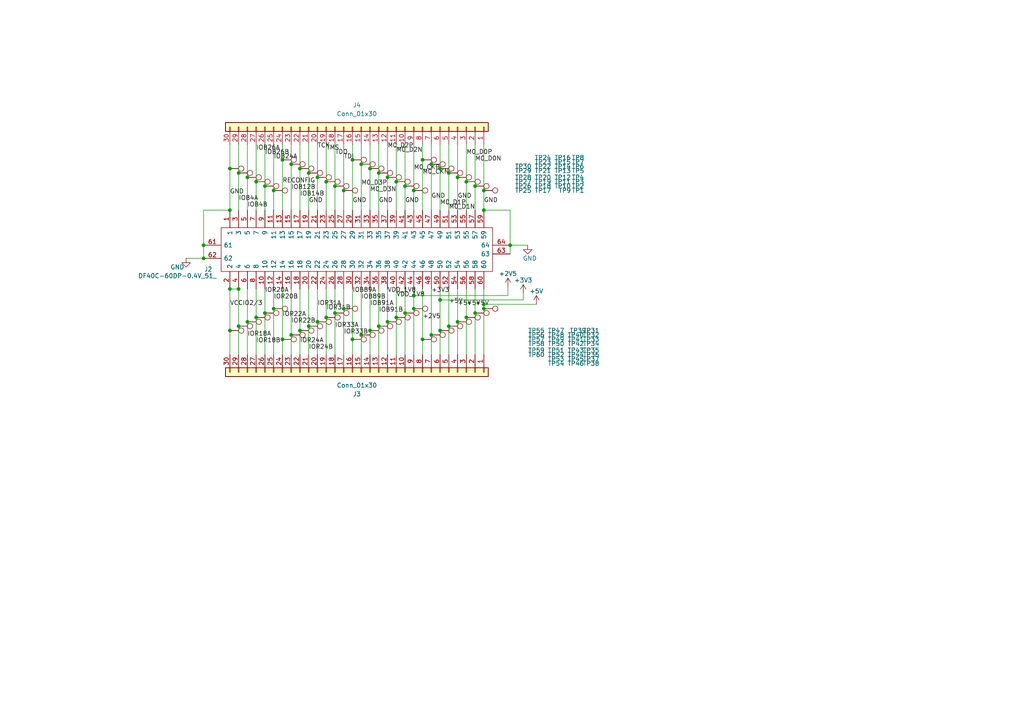
<source format=kicad_sch>
(kicad_sch (version 20230121) (generator eeschema)
  (paper "A4")
  (lib_symbols
    (symbol "Connector:TestPoint" (pin_numbers hide) (pin_names (offset 0.762) hide)
      (property "Reference" "TP" (at 0 6.858 0))
      (property "Value" "TestPoint" (at 0 5.08 0))
      (symbol "TestPoint_0_1"
        (circle (center 0 3.302) (radius 0.762))
      )
      (symbol "TestPoint_1_1"
        (pin passive line (at 0 0 90) (length 2.54) (name "1") (number "1"))
      )
    )
    (symbol "Connector_Generic:Conn_01x30" (pin_names (offset 1.016) hide)
      (property "Reference" "J" (at 0 38.1 0))
      (property "Value" "Conn_01x30" (at 0 -40.64 0))
      (symbol "Conn_01x30_1_1"
        (rectangle (start -1.27 -37.973) (end 0 -38.227) (stroke (width 0.1524)))
        (rectangle (start -1.27 -35.433) (end 0 -35.687) (stroke (width 0.1524)))
        (rectangle (start -1.27 -32.893) (end 0 -33.147) (stroke (width 0.1524)))
        (rectangle (start -1.27 -30.353) (end 0 -30.607) (stroke (width 0.1524)))
        (rectangle (start -1.27 -27.813) (end 0 -28.067) (stroke (width 0.1524)))
        (rectangle (start -1.27 -25.273) (end 0 -25.527) (stroke (width 0.1524)))
        (rectangle (start -1.27 -22.733) (end 0 -22.987) (stroke (width 0.1524)))
        (rectangle (start -1.27 -20.193) (end 0 -20.447) (stroke (width 0.1524)))
        (rectangle (start -1.27 -17.653) (end 0 -17.907) (stroke (width 0.1524)))
        (rectangle (start -1.27 -15.113) (end 0 -15.367) (stroke (width 0.1524)))
        (rectangle (start -1.27 -12.573) (end 0 -12.827) (stroke (width 0.1524)))
        (rectangle (start -1.27 -10.033) (end 0 -10.287) (stroke (width 0.1524)))
        (rectangle (start -1.27 -7.493) (end 0 -7.747) (stroke (width 0.1524)))
        (rectangle (start -1.27 -4.953) (end 0 -5.207) (stroke (width 0.1524)))
        (rectangle (start -1.27 -2.413) (end 0 -2.667) (stroke (width 0.1524)))
        (rectangle (start -1.27 0.127) (end 0 -0.127) (stroke (width 0.1524)))
        (rectangle (start -1.27 2.667) (end 0 2.413) (stroke (width 0.1524)))
        (rectangle (start -1.27 5.207) (end 0 4.953) (stroke (width 0.1524)))
        (rectangle (start -1.27 7.747) (end 0 7.493) (stroke (width 0.1524)))
        (rectangle (start -1.27 10.287) (end 0 10.033) (stroke (width 0.1524)))
        (rectangle (start -1.27 12.827) (end 0 12.573) (stroke (width 0.1524)))
        (rectangle (start -1.27 15.367) (end 0 15.113) (stroke (width 0.1524)))
        (rectangle (start -1.27 17.907) (end 0 17.653) (stroke (width 0.1524)))
        (rectangle (start -1.27 20.447) (end 0 20.193) (stroke (width 0.1524)))
        (rectangle (start -1.27 22.987) (end 0 22.733) (stroke (width 0.1524)))
        (rectangle (start -1.27 25.527) (end 0 25.273) (stroke (width 0.1524)))
        (rectangle (start -1.27 28.067) (end 0 27.813) (stroke (width 0.1524)))
        (rectangle (start -1.27 30.607) (end 0 30.353) (stroke (width 0.1524)))
        (rectangle (start -1.27 33.147) (end 0 32.893) (stroke (width 0.1524)))
        (rectangle (start -1.27 35.687) (end 0 35.433) (stroke (width 0.1524)))
        (rectangle (start -1.27 36.83) (end 1.27 -39.37) (stroke (width 0.254)) (fill (type background)))
        (pin passive line (at -5.08 35.56 0) (length 3.81) (name "Pin_1") (number "1"))
        (pin passive line (at -5.08 12.7 0) (length 3.81) (name "Pin_10") (number "10"))
        (pin passive line (at -5.08 10.16 0) (length 3.81) (name "Pin_11") (number "11"))
        (pin passive line (at -5.08 7.62 0) (length 3.81) (name "Pin_12") (number "12"))
        (pin passive line (at -5.08 5.08 0) (length 3.81) (name "Pin_13") (number "13"))
        (pin passive line (at -5.08 2.54 0) (length 3.81) (name "Pin_14") (number "14"))
        (pin passive line (at -5.08 0 0) (length 3.81) (name "Pin_15") (number "15"))
        (pin passive line (at -5.08 -2.54 0) (length 3.81) (name "Pin_16") (number "16"))
        (pin passive line (at -5.08 -5.08 0) (length 3.81) (name "Pin_17") (number "17"))
        (pin passive line (at -5.08 -7.62 0) (length 3.81) (name "Pin_18") (number "18"))
        (pin passive line (at -5.08 -10.16 0) (length 3.81) (name "Pin_19") (number "19"))
        (pin passive line (at -5.08 33.02 0) (length 3.81) (name "Pin_2") (number "2"))
        (pin passive line (at -5.08 -12.7 0) (length 3.81) (name "Pin_20") (number "20"))
        (pin passive line (at -5.08 -15.24 0) (length 3.81) (name "Pin_21") (number "21"))
        (pin passive line (at -5.08 -17.78 0) (length 3.81) (name "Pin_22") (number "22"))
        (pin passive line (at -5.08 -20.32 0) (length 3.81) (name "Pin_23") (number "23"))
        (pin passive line (at -5.08 -22.86 0) (length 3.81) (name "Pin_24") (number "24"))
        (pin passive line (at -5.08 -25.4 0) (length 3.81) (name "Pin_25") (number "25"))
        (pin passive line (at -5.08 -27.94 0) (length 3.81) (name "Pin_26") (number "26"))
        (pin passive line (at -5.08 -30.48 0) (length 3.81) (name "Pin_27") (number "27"))
        (pin passive line (at -5.08 -33.02 0) (length 3.81) (name "Pin_28") (number "28"))
        (pin passive line (at -5.08 -35.56 0) (length 3.81) (name "Pin_29") (number "29"))
        (pin passive line (at -5.08 30.48 0) (length 3.81) (name "Pin_3") (number "3"))
        (pin passive line (at -5.08 -38.1 0) (length 3.81) (name "Pin_30") (number "30"))
        (pin passive line (at -5.08 27.94 0) (length 3.81) (name "Pin_4") (number "4"))
        (pin passive line (at -5.08 25.4 0) (length 3.81) (name "Pin_5") (number "5"))
        (pin passive line (at -5.08 22.86 0) (length 3.81) (name "Pin_6") (number "6"))
        (pin passive line (at -5.08 20.32 0) (length 3.81) (name "Pin_7") (number "7"))
        (pin passive line (at -5.08 17.78 0) (length 3.81) (name "Pin_8") (number "8"))
        (pin passive line (at -5.08 15.24 0) (length 3.81) (name "Pin_9") (number "9"))
      )
    )
    (symbol "power:+2V5" (power) (pin_names (offset 0))
      (property "Value" "+2V5" (at 0 3.556 0))
      (symbol "+2V5_0_1"
        (polyline (pts (xy -0.762 1.27) (xy 0 2.54)))
        (polyline (pts (xy 0 0) (xy 0 2.54)))
        (polyline (pts (xy 0 2.54) (xy 0.762 1.27)))
      )
      (symbol "+2V5_1_1"
        (pin power_in line (at 0 0 90) (length 0) hide (name "+2V5") (number "1"))
      )
    )
    (symbol "power:+3V3" (power) (pin_names (offset 0))
      (property "Value" "+3V3" (at 0 3.556 0))
      (symbol "+3V3_0_1"
        (polyline (pts (xy -0.762 1.27) (xy 0 2.54)))
        (polyline (pts (xy 0 0) (xy 0 2.54)))
        (polyline (pts (xy 0 2.54) (xy 0.762 1.27)))
      )
      (symbol "+3V3_1_1"
        (pin power_in line (at 0 0 90) (length 0) hide (name "+3V3") (number "1"))
      )
    )
    (symbol "power:+5V" (power) (pin_names (offset 0))
      (property "Value" "+5V" (at 0 3.556 0))
      (symbol "+5V_0_1"
        (polyline (pts (xy -0.762 1.27) (xy 0 2.54)))
        (polyline (pts (xy 0 0) (xy 0 2.54)))
        (polyline (pts (xy 0 2.54) (xy 0.762 1.27)))
      )
      (symbol "+5V_1_1"
        (pin power_in line (at 0 0 90) (length 0) hide (name "+5V") (number "1"))
      )
    )
    (symbol "power:GND" (power) (pin_names (offset 0))
      (property "Value" "GND" (at 0 -3.81 0))
      (symbol "GND_0_1"
        (polyline (pts (xy 0 0) (xy 0 -1.27) (xy 1.27 -1.27) (xy 0 -2.54) (xy -1.27 -1.27) (xy 0 -1.27)))
      )
      (symbol "GND_1_1"
        (pin power_in line (at 0 0 270) (length 0) hide (name "GND") (number "1"))
      )
    )
    (symbol "samacsys:DF40C-60DP-0.4V_51_" (pin_names (offset 0.762))
      (property "Reference" "J2" (at 16.51 -78.74 90))
      (property "Value" "DF40C-60DP-0.4V_51_" (at 19.05 -77.47 90))
      (symbol "DF40C-60DP-0.4V_51__0_1"
        (polyline (pts (xy 5.08 2.54) (xy 17.78 2.54) (xy 17.78 -76.2) (xy 5.08 -76.2) (xy 5.08 2.54)) (stroke (width 0.1524)))
      )
      (symbol "DF40C-60DP-0.4V_51__1_0"
        (pin passive line (at 0 -73.66 0) (length 5.08) (name "1") (number "1"))
        (pin passive line (at 22.86 -63.5 180) (length 5.08) (name "10") (number "10"))
        (pin passive line (at 0 -60.96 0) (length 5.08) (name "11") (number "11"))
        (pin passive line (at 22.86 -60.96 180) (length 5.08) (name "12") (number "12"))
        (pin passive line (at 0 -58.42 0) (length 5.08) (name "13") (number "13"))
        (pin passive line (at 22.86 -58.42 180) (length 5.08) (name "14") (number "14"))
        (pin passive line (at 0 -55.88 0) (length 5.08) (name "15") (number "15"))
        (pin passive line (at 22.86 -55.88 180) (length 5.08) (name "16") (number "16"))
        (pin passive line (at 0 -53.34 0) (length 5.08) (name "17") (number "17"))
        (pin passive line (at 22.86 -53.34 180) (length 5.08) (name "18") (number "18"))
        (pin passive line (at 0 -50.8 0) (length 5.08) (name "19") (number "19"))
        (pin passive line (at 22.86 -73.66 180) (length 5.08) (name "2") (number "2"))
        (pin passive line (at 22.86 -50.8 180) (length 5.08) (name "20") (number "20"))
        (pin passive line (at 0 -48.26 0) (length 5.08) (name "21") (number "21"))
        (pin passive line (at 22.86 -48.26 180) (length 5.08) (name "22") (number "22"))
        (pin passive line (at 0 -45.72 0) (length 5.08) (name "23") (number "23"))
        (pin passive line (at 22.86 -45.72 180) (length 5.08) (name "24") (number "24"))
        (pin passive line (at 0 -43.18 0) (length 5.08) (name "25") (number "25"))
        (pin passive line (at 22.86 -43.18 180) (length 5.08) (name "26") (number "26"))
        (pin passive line (at 0 -40.64 0) (length 5.08) (name "27") (number "27"))
        (pin passive line (at 22.86 -40.64 180) (length 5.08) (name "28") (number "28"))
        (pin passive line (at 0 -38.1 0) (length 5.08) (name "29") (number "29"))
        (pin passive line (at 0 -71.12 0) (length 5.08) (name "3") (number "3"))
        (pin passive line (at 22.86 -38.1 180) (length 5.08) (name "30") (number "30"))
        (pin passive line (at 0 -35.56 0) (length 5.08) (name "31") (number "31"))
        (pin passive line (at 22.86 -35.56 180) (length 5.08) (name "32") (number "32"))
        (pin passive line (at 0 -33.02 0) (length 5.08) (name "33") (number "33"))
        (pin passive line (at 22.86 -33.02 180) (length 5.08) (name "34") (number "34"))
        (pin passive line (at 0 -30.48 0) (length 5.08) (name "35") (number "35"))
        (pin passive line (at 22.86 -30.48 180) (length 5.08) (name "36") (number "36"))
        (pin passive line (at 0 -27.94 0) (length 5.08) (name "37") (number "37"))
        (pin passive line (at 22.86 -27.94 180) (length 5.08) (name "38") (number "38"))
        (pin passive line (at 0 -25.4 0) (length 5.08) (name "39") (number "39"))
        (pin passive line (at 22.86 -71.12 180) (length 5.08) (name "4") (number "4"))
        (pin passive line (at 22.86 -25.4 180) (length 5.08) (name "40") (number "40"))
        (pin passive line (at 0 -22.86 0) (length 5.08) (name "41") (number "41"))
        (pin passive line (at 22.86 -22.86 180) (length 5.08) (name "42") (number "42"))
        (pin passive line (at 0 -20.32 0) (length 5.08) (name "43") (number "43"))
        (pin passive line (at 22.86 -20.32 180) (length 5.08) (name "44") (number "44"))
        (pin passive line (at 0 -17.78 0) (length 5.08) (name "45") (number "45"))
        (pin passive line (at 22.86 -17.78 180) (length 5.08) (name "46") (number "46"))
        (pin passive line (at 0 -15.24 0) (length 5.08) (name "47") (number "47"))
        (pin passive line (at 22.86 -15.24 180) (length 5.08) (name "48") (number "48"))
        (pin passive line (at 0 -12.7 0) (length 5.08) (name "49") (number "49"))
        (pin passive line (at 0 -68.58 0) (length 5.08) (name "5") (number "5"))
        (pin passive line (at 22.86 -12.7 180) (length 5.08) (name "50") (number "50"))
        (pin passive line (at 0 -10.16 0) (length 5.08) (name "51") (number "51"))
        (pin passive line (at 22.86 -10.16 180) (length 5.08) (name "52") (number "52"))
        (pin passive line (at 0 -7.62 0) (length 5.08) (name "53") (number "53"))
        (pin passive line (at 22.86 -7.62 180) (length 5.08) (name "54") (number "54"))
        (pin passive line (at 0 -5.08 0) (length 5.08) (name "55") (number "55"))
        (pin passive line (at 22.86 -5.08 180) (length 5.08) (name "56") (number "56"))
        (pin passive line (at 0 -2.54 0) (length 5.08) (name "57") (number "57"))
        (pin passive line (at 22.86 -2.54 180) (length 5.08) (name "58") (number "58"))
        (pin passive line (at 0 0 0) (length 5.08) (name "59") (number "59"))
        (pin passive line (at 22.86 -68.58 180) (length 5.08) (name "6") (number "6"))
        (pin passive line (at 22.86 0 180) (length 5.08) (name "60") (number "60"))
        (pin passive line (at 10.16 -81.28 90) (length 5.08) (name "61") (number "61"))
        (pin passive line (at 13.97 -81.28 90) (length 5.08) (name "62") (number "62"))
        (pin passive line (at 12.7 7.62 270) (length 5.08) (name "63") (number "63"))
        (pin passive line (at 10.16 7.62 270) (length 5.08) (name "64") (number "64"))
        (pin passive line (at 0 -66.04 0) (length 5.08) (name "7") (number "7"))
        (pin passive line (at 22.86 -66.04 180) (length 5.08) (name "8") (number "8"))
        (pin passive line (at 0 -63.5 0) (length 5.08) (name "9") (number "9"))
      )
    )
  )
  (junction (at 66.675 95.885))
  (junction (at 59.055 74.93))
  (junction (at 127.635 48.895))
  (junction (at 102.235 98.425))
  (junction (at 71.755 93.345))
  (junction (at 97.155 90.805))
  (junction (at 99.695 89.535))
  (junction (at 132.715 93.345))
  (junction (at 59.055 71.12))
  (junction (at 107.315 48.895))
  (junction (at 94.615 92.075))
  (junction (at 86.995 95.885))
  (junction (at 137.795 90.805))
  (junction (at 66.675 48.895))
  (junction (at 125.095 97.155))
  (junction (at 66.675 60.96))
  (junction (at 71.755 51.435))
  (junction (at 109.855 94.615))
  (junction (at 92.075 51.435))
  (junction (at 137.795 53.975))
  (junction (at 79.375 55.245))
  (junction (at 127.635 95.885))
  (junction (at 107.315 95.885))
  (junction (at 86.995 48.895))
  (junction (at 104.775 47.625))
  (junction (at 135.255 52.705))
  (junction (at 79.375 89.535))
  (junction (at 84.455 47.625))
  (junction (at 69.215 94.615))
  (junction (at 122.555 46.355))
  (junction (at 102.235 46.355))
  (junction (at 97.155 53.975))
  (junction (at 114.935 52.705))
  (junction (at 81.915 98.425))
  (junction (at 89.535 94.615))
  (junction (at 140.335 60.96))
  (junction (at 99.695 55.245))
  (junction (at 130.175 94.615))
  (junction (at 74.295 92.075))
  (junction (at 76.835 90.805))
  (junction (at 120.015 55.245))
  (junction (at 117.475 90.805))
  (junction (at 120.015 89.535))
  (junction (at 140.335 55.245))
  (junction (at 125.095 47.625))
  (junction (at 147.955 71.12))
  (junction (at 127.635 86.995))
  (junction (at 66.675 83.82))
  (junction (at 112.395 93.345))
  (junction (at 74.295 52.705))
  (junction (at 130.175 50.165))
  (junction (at 132.715 51.435))
  (junction (at 81.915 46.355))
  (junction (at 140.335 89.535))
  (junction (at 120.015 85.725))
  (junction (at 76.835 53.975))
  (junction (at 69.215 83.82))
  (junction (at 92.075 93.345))
  (junction (at 94.615 52.705))
  (junction (at 109.855 50.165))
  (junction (at 89.535 50.165))
  (junction (at 112.395 51.435))
  (junction (at 84.455 97.155))
  (junction (at 104.775 97.155))
  (junction (at 69.215 50.165))
  (junction (at 117.475 53.975))
  (junction (at 114.935 92.075))
  (junction (at 140.335 88.265))
  (junction (at 135.255 92.075))
  (junction (at 122.555 98.425))
  (wire (pts (xy 130.175 50.165) (xy 130.175 60.96)))
  (wire (pts (xy 117.475 41.91) (xy 117.475 53.975)))
  (wire (pts (xy 114.935 83.82) (xy 114.935 92.075)))
  (wire (pts (xy 92.075 60.96) (xy 92.075 51.435)))
  (wire (pts (xy 84.455 102.87) (xy 84.455 97.155)))
  (wire (pts (xy 147.955 71.12) (xy 147.955 73.66)))
  (wire (pts (xy 94.615 41.91) (xy 94.615 52.705)))
  (wire (pts (xy 112.395 83.82) (xy 112.395 93.345)))
  (wire (pts (xy 127.635 102.87) (xy 127.635 95.885)))
  (wire (pts (xy 147.32 85.725) (xy 147.32 83.185)))
  (wire (pts (xy 76.835 102.87) (xy 76.835 90.805)))
  (wire (pts (xy 112.395 102.87) (xy 112.395 93.345)))
  (wire (pts (xy 127.635 41.91) (xy 127.635 48.895)))
  (wire (pts (xy 137.795 102.87) (xy 137.795 90.805)))
  (wire (pts (xy 140.335 60.96) (xy 147.955 60.96)))
  (wire (pts (xy 94.615 83.82) (xy 94.615 92.075)))
  (wire (pts (xy 120.015 41.91) (xy 120.015 55.245)))
  (wire (pts (xy 89.535 41.91) (xy 89.535 50.165)))
  (wire (pts (xy 132.715 41.91) (xy 132.715 51.435)))
  (wire (pts (xy 120.015 102.87) (xy 120.015 89.535)))
  (wire (pts (xy 132.715 102.87) (xy 132.715 93.345)))
  (wire (pts (xy 89.535 50.165) (xy 89.535 60.96)))
  (wire (pts (xy 104.775 41.91) (xy 104.775 47.625)))
  (wire (pts (xy 125.095 102.87) (xy 125.095 97.155)))
  (wire (pts (xy 97.155 102.87) (xy 97.155 90.805)))
  (wire (pts (xy 71.755 41.91) (xy 71.755 51.435)))
  (wire (pts (xy 84.455 41.91) (xy 84.455 47.625)))
  (wire (pts (xy 117.475 53.975) (xy 117.475 60.96)))
  (wire (pts (xy 112.395 41.91) (xy 112.395 51.435)))
  (wire (pts (xy 147.955 60.96) (xy 147.955 71.12)))
  (wire (pts (xy 122.555 83.82) (xy 122.555 98.425)))
  (wire (pts (xy 74.295 60.96) (xy 74.295 52.705)))
  (wire (pts (xy 114.935 41.91) (xy 114.935 52.705)))
  (wire (pts (xy 71.755 83.82) (xy 71.755 93.345)))
  (wire (pts (xy 86.995 41.91) (xy 86.995 48.895)))
  (wire (pts (xy 122.555 41.91) (xy 122.555 46.355)))
  (wire (pts (xy 135.255 83.82) (xy 135.255 92.075)))
  (wire (pts (xy 89.535 102.87) (xy 89.535 94.615)))
  (wire (pts (xy 107.315 102.87) (xy 107.315 95.885)))
  (wire (pts (xy 84.455 83.82) (xy 84.455 97.155)))
  (wire (pts (xy 69.215 83.82) (xy 69.215 94.615)))
  (wire (pts (xy 102.235 102.87) (xy 102.235 98.425)))
  (wire (pts (xy 59.055 71.12) (xy 59.055 74.93)))
  (wire (pts (xy 79.375 41.91) (xy 79.375 55.245)))
  (wire (pts (xy 120.015 60.96) (xy 120.015 55.245)))
  (wire (pts (xy 114.935 102.87) (xy 114.935 92.075)))
  (wire (pts (xy 66.675 83.82) (xy 69.215 83.82)))
  (wire (pts (xy 122.555 46.355) (xy 122.555 60.96)))
  (wire (pts (xy 137.795 83.82) (xy 137.795 90.805)))
  (wire (pts (xy 109.855 102.87) (xy 109.855 94.615)))
  (wire (pts (xy 127.635 83.82) (xy 127.635 86.995)))
  (wire (pts (xy 107.315 83.82) (xy 107.315 95.885)))
  (wire (pts (xy 135.255 41.91) (xy 135.255 52.705)))
  (wire (pts (xy 59.055 60.96) (xy 66.675 60.96)))
  (wire (pts (xy 94.615 60.96) (xy 94.615 52.705)))
  (wire (pts (xy 147.955 71.12) (xy 153.035 71.12)))
  (wire (pts (xy 86.995 83.82) (xy 86.995 95.885)))
  (wire (pts (xy 66.675 48.895) (xy 66.675 60.96)))
  (wire (pts (xy 76.835 83.82) (xy 76.835 90.805)))
  (wire (pts (xy 84.455 47.625) (xy 84.455 60.96)))
  (wire (pts (xy 92.075 102.87) (xy 92.075 93.345)))
  (wire (pts (xy 74.295 102.87) (xy 74.295 92.075)))
  (wire (pts (xy 99.695 83.82) (xy 99.695 89.535)))
  (wire (pts (xy 59.055 71.12) (xy 59.055 60.96)))
  (wire (pts (xy 127.635 86.995) (xy 151.765 86.995)))
  (wire (pts (xy 99.695 60.96) (xy 99.695 55.245)))
  (wire (pts (xy 86.995 102.87) (xy 86.995 95.885)))
  (wire (pts (xy 120.015 83.82) (xy 120.015 85.725)))
  (wire (pts (xy 112.395 60.96) (xy 112.395 51.435)))
  (wire (pts (xy 92.075 41.91) (xy 92.075 51.435)))
  (wire (pts (xy 97.155 41.91) (xy 97.155 53.975)))
  (wire (pts (xy 125.095 41.91) (xy 125.095 47.625)))
  (wire (pts (xy 140.335 83.82) (xy 140.335 88.265)))
  (wire (pts (xy 132.715 83.82) (xy 132.715 93.345)))
  (wire (pts (xy 117.475 102.87) (xy 117.475 90.805)))
  (wire (pts (xy 69.215 102.87) (xy 69.215 94.615)))
  (wire (pts (xy 125.095 60.96) (xy 125.095 47.625)))
  (wire (pts (xy 76.835 60.96) (xy 76.835 53.975)))
  (wire (pts (xy 66.675 83.82) (xy 66.675 95.885)))
  (wire (pts (xy 122.555 102.87) (xy 122.555 98.425)))
  (wire (pts (xy 97.155 60.96) (xy 97.155 53.975)))
  (wire (pts (xy 86.995 48.895) (xy 86.995 60.96)))
  (wire (pts (xy 104.775 47.625) (xy 104.775 60.96)))
  (wire (pts (xy 74.295 83.82) (xy 74.295 92.075)))
  (wire (pts (xy 81.915 41.91) (xy 81.915 46.355)))
  (wire (pts (xy 99.695 102.87) (xy 99.695 89.535)))
  (wire (pts (xy 137.795 60.96) (xy 137.795 53.975)))
  (wire (pts (xy 127.635 48.895) (xy 127.635 60.96)))
  (wire (pts (xy 130.175 83.82) (xy 130.175 94.615)))
  (wire (pts (xy 79.375 60.96) (xy 79.375 55.245)))
  (wire (pts (xy 140.335 88.265) (xy 155.575 88.265)))
  (wire (pts (xy 97.155 83.82) (xy 97.155 90.805)))
  (wire (pts (xy 71.755 102.87) (xy 71.755 93.345)))
  (wire (pts (xy 140.335 88.265) (xy 140.335 89.535)))
  (wire (pts (xy 109.855 41.91) (xy 109.855 50.165)))
  (wire (pts (xy 107.315 48.895) (xy 107.315 60.96)))
  (wire (pts (xy 120.015 85.725) (xy 147.32 85.725)))
  (wire (pts (xy 130.175 41.91) (xy 130.175 50.165)))
  (wire (pts (xy 120.015 85.725) (xy 120.015 89.535)))
  (wire (pts (xy 127.635 86.995) (xy 127.635 95.885)))
  (wire (pts (xy 66.675 102.87) (xy 66.675 95.885)))
  (wire (pts (xy 135.255 102.87) (xy 135.255 92.075)))
  (wire (pts (xy 125.095 83.82) (xy 125.095 97.155)))
  (wire (pts (xy 74.295 41.91) (xy 74.295 52.705)))
  (wire (pts (xy 137.795 41.91) (xy 137.795 53.975)))
  (wire (pts (xy 102.235 46.355) (xy 102.235 60.96)))
  (wire (pts (xy 94.615 102.87) (xy 94.615 92.075)))
  (wire (pts (xy 117.475 83.82) (xy 117.475 90.805)))
  (wire (pts (xy 140.335 102.87) (xy 140.335 89.535)))
  (wire (pts (xy 69.215 50.165) (xy 69.215 60.96)))
  (wire (pts (xy 79.375 102.87) (xy 79.375 89.535)))
  (wire (pts (xy 81.915 46.355) (xy 81.915 60.96)))
  (wire (pts (xy 102.235 41.91) (xy 102.235 46.355)))
  (wire (pts (xy 109.855 50.165) (xy 109.855 60.96)))
  (wire (pts (xy 130.175 102.87) (xy 130.175 94.615)))
  (wire (pts (xy 69.215 41.91) (xy 69.215 50.165)))
  (wire (pts (xy 140.335 55.245) (xy 140.335 60.96)))
  (wire (pts (xy 132.715 60.96) (xy 132.715 51.435)))
  (wire (pts (xy 53.975 74.93) (xy 59.055 74.93)))
  (wire (pts (xy 89.535 83.82) (xy 89.535 94.615)))
  (wire (pts (xy 66.675 41.91) (xy 66.675 48.895)))
  (wire (pts (xy 76.835 41.91) (xy 76.835 53.975)))
  (wire (pts (xy 104.775 102.87) (xy 104.775 97.155)))
  (wire (pts (xy 104.775 83.82) (xy 104.775 97.155)))
  (wire (pts (xy 140.335 41.91) (xy 140.335 55.245)))
  (wire (pts (xy 107.315 41.91) (xy 107.315 48.895)))
  (wire (pts (xy 71.755 60.96) (xy 71.755 51.435)))
  (wire (pts (xy 99.695 41.91) (xy 99.695 55.245)))
  (wire (pts (xy 135.255 60.96) (xy 135.255 52.705)))
  (wire (pts (xy 92.075 83.82) (xy 92.075 93.345)))
  (wire (pts (xy 81.915 102.87) (xy 81.915 98.425)))
  (wire (pts (xy 79.375 83.82) (xy 79.375 89.535)))
  (wire (pts (xy 114.935 60.96) (xy 114.935 52.705)))
  (wire (pts (xy 109.855 83.82) (xy 109.855 94.615)))
  (wire (pts (xy 151.765 86.995) (xy 151.765 85.09)))
  (wire (pts (xy 81.915 83.82) (xy 81.915 98.425)))
  (wire (pts (xy 102.235 83.82) (xy 102.235 98.425)))
  (label "IOR20B" (at 79.375 86.995 0))
  (label "IOB89A" (at 102.235 85.09 0))
  (label "IOR24B" (at 89.535 101.6 0))
  (label "GND" (at 132.715 57.785 0))
  (label "+2V5" (at 122.555 92.71 0))
  (label "IOB26B" (at 76.835 45.085 0))
  (label "IOR33A" (at 97.155 95.25 0))
  (label "GND" (at 102.235 59.055 0))
  (label "M0_D2P" (at 112.395 43.18 0))
  (label "IOB91A" (at 107.315 88.9 0))
  (label "TMS" (at 94.615 43.815 0))
  (label "IOR22B" (at 84.455 93.98 0))
  (label "+3V3" (at 125.095 85.09 0))
  (label "IOR18A" (at 71.755 97.79 0))
  (label "TCK" (at 92.075 43.18 0))
  (label "TDO" (at 97.155 45.085 0))
  (label "IOR31A" (at 92.075 88.9 0))
  (label "IOB91B" (at 109.855 90.805 0))
  (label "GND" (at 125.095 57.785 0))
  (label "M0_CKP" (at 120.015 49.53 0))
  (label "VCCIO2{slash}3" (at 66.675 88.9 0))
  (label "GND" (at 140.335 59.055 0))
  (label "IOR24A" (at 86.995 99.695 0))
  (label "GND" (at 66.675 56.515 0))
  (label "VDD_1V8" (at 112.395 85.09 0))
  (label "RECONFIG" (at 81.915 53.34 0))
  (label "IOB4A" (at 69.215 58.42 0))
  (label "+5V" (at 135.255 88.9 0))
  (label "IOB24A" (at 79.375 46.355 0))
  (label "M0_D0N" (at 137.795 46.99 0))
  (label "GND" (at 109.855 59.055 0))
  (label "M0_D3P" (at 104.775 53.975 0))
  (label "IOB4B" (at 71.755 60.325 0))
  (label "IOR31B" (at 94.615 90.17 0))
  (label "M0_D1P" (at 127.635 59.69 0))
  (label "GND" (at 89.535 59.055 0))
  (label "IOR33B" (at 99.695 97.155 0))
  (label "M0_D1N" (at 130.175 60.96 0))
  (label "M0_D3N" (at 107.315 55.88 0))
  (label "+5V" (at 130.175 88.265 0))
  (label "TDI" (at 99.695 46.355 0))
  (label "IOR18B" (at 74.295 99.695 0))
  (label "IOB14B" (at 86.995 57.15 0))
  (label "M0_D2N" (at 114.935 44.45 0))
  (label "VDD_1V8" (at 114.935 86.36 0))
  (label "M0_CKN" (at 122.555 50.8 0))
  (label "+5V" (at 137.795 88.9 0))
  (label "IOB12B" (at 84.455 55.245 0))
  (label "+5V" (at 132.715 88.9 0))
  (label "IOB26A" (at 74.295 43.815 0))
  (label "IOR22A" (at 81.915 92.075 0))
  (label "IOB89B" (at 104.775 86.995 0))
  (label "IOR20A" (at 76.835 85.09 0))
  (label "M0_D0P" (at 135.255 45.085 0))
  (label "GND" (at 117.475 59.055 0))
  (symbol (lib_id "Connector:TestPoint") (at 89.535 94.615 270) (mirror x) (unit 1)
    (property "Reference" "TP51" (at 161.29 101.6 90))
    (property "Value" "TestPoint" (effects hide))
    (property "Footprint" "TestPoint:TestPoint_Pad_1.5x1.5mm" (effects hide))
  )
  (symbol (lib_id "Connector:TestPoint") (at 132.715 51.435 270) (unit 1)
    (property "Reference" "TP4" (at 167.64 51.435 90))
    (property "Value" "TestPoint" (effects hide))
    (property "Footprint" "TestPoint:TestPoint_Pad_1.5x1.5mm" (effects hide))
  )
  (symbol (lib_id "Connector:TestPoint") (at 71.755 93.345 270) (mirror x) (unit 1)
    (property "Reference" "TP58" (at 155.575 99.695 90))
    (property "Value" "TestPoint" (effects hide))
    (property "Footprint" "TestPoint:TestPoint_Pad_1.5x1.5mm" (effects hide))
  )
  (symbol (lib_id "Connector:TestPoint") (at 135.255 92.075 270) (mirror x) (unit 1)
    (property "Reference" "TP33" (at 171.45 98.425 90))
    (property "Value" "TestPoint" (effects hide))
    (property "Footprint" "TestPoint:TestPoint_Pad_1.5x1.5mm" (effects hide))
  )
  (symbol (lib_id "Connector:TestPoint") (at 117.475 90.805 270) (mirror x) (unit 1)
    (property "Reference" "TP40" (at 167.005 97.155 90))
    (property "Value" "TestPoint" (effects hide))
    (property "Footprint" "TestPoint:TestPoint_Pad_1.5x1.5mm" (effects hide))
  )
  (symbol (lib_id "Connector:TestPoint") (at 79.375 89.535 270) (mirror x) (unit 1)
    (property "Reference" "TP55" (at 155.575 95.885 90))
    (property "Value" "TestPoint" (effects hide))
    (property "Footprint" "TestPoint:TestPoint_Pad_1.5x1.5mm" (effects hide))
  )
  (symbol (lib_id "Connector:TestPoint") (at 120.015 55.245 270) (unit 1)
    (property "Reference" "TP9" (at 163.83 55.245 90))
    (property "Value" "TestPoint" (effects hide))
    (property "Footprint" "TestPoint:TestPoint_Pad_1.5x1.5mm" (effects hide))
  )
  (symbol (lib_id "Connector:TestPoint") (at 102.235 46.355 270) (unit 1)
    (property "Reference" "TP16" (at 163.195 45.72 90))
    (property "Value" "TestPoint" (effects hide))
    (property "Footprint" "TestPoint:TestPoint_Pad_1.5x1.5mm" (effects hide))
  )
  (symbol (lib_id "Connector:TestPoint") (at 84.455 97.155 270) (mirror x) (unit 1)
    (property "Reference" "TP53" (at 161.29 104.14 90))
    (property "Value" "TestPoint" (effects hide))
    (property "Footprint" "TestPoint:TestPoint_Pad_1.5x1.5mm" (effects hide))
  )
  (symbol (lib_id "Connector:TestPoint") (at 76.835 90.805 270) (mirror x) (unit 1)
    (property "Reference" "TP56" (at 155.575 97.155 90))
    (property "Value" "TestPoint" (effects hide))
    (property "Footprint" "TestPoint:TestPoint_Pad_1.5x1.5mm" (effects hide))
  )
  (symbol (lib_id "Connector:TestPoint") (at 107.315 48.895 270) (unit 1)
    (property "Reference" "TP14" (at 163.195 48.26 90))
    (property "Value" "TestPoint" (effects hide))
    (property "Footprint" "TestPoint:TestPoint_Pad_1.5x1.5mm" (effects hide))
  )
  (symbol (lib_id "Connector:TestPoint") (at 130.175 94.615 270) (mirror x) (unit 1)
    (property "Reference" "TP35" (at 171.45 101.6 90))
    (property "Value" "TestPoint" (effects hide))
    (property "Footprint" "TestPoint:TestPoint_Pad_1.5x1.5mm" (effects hide))
  )
  (symbol (lib_id "Connector:TestPoint") (at 104.775 47.625 270) (unit 1)
    (property "Reference" "TP15" (at 163.195 46.99 90))
    (property "Value" "TestPoint" (effects hide))
    (property "Footprint" "TestPoint:TestPoint_Pad_1.5x1.5mm" (effects hide))
  )
  (symbol (lib_id "Connector:TestPoint") (at 104.775 97.155 270) (mirror x) (unit 1)
    (property "Reference" "TP45" (at 167.005 104.14 90))
    (property "Value" "TestPoint" (effects hide))
    (property "Footprint" "TestPoint:TestPoint_Pad_1.5x1.5mm" (effects hide))
  )
  (symbol (lib_id "Connector:TestPoint") (at 94.615 52.705 270) (unit 1)
    (property "Reference" "TP19" (at 157.48 52.705 90))
    (property "Value" "TestPoint" (effects hide))
    (property "Footprint" "TestPoint:TestPoint_Pad_1.5x1.5mm" (effects hide))
  )
  (symbol (lib_id "Connector:TestPoint") (at 84.455 47.625 270) (unit 1)
    (property "Reference" "TP23" (at 157.48 46.99 90))
    (property "Value" "TestPoint" (effects hide))
    (property "Footprint" "TestPoint:TestPoint_Pad_1.5x1.5mm" (effects hide))
  )
  (symbol (lib_id "Connector:TestPoint") (at 132.715 93.345 270) (mirror x) (unit 1)
    (property "Reference" "TP34" (at 171.45 99.695 90))
    (property "Value" "TestPoint" (effects hide))
    (property "Footprint" "TestPoint:TestPoint_Pad_1.5x1.5mm" (effects hide))
  )
  (symbol (lib_id "Connector:TestPoint") (at 120.015 89.535 270) (mirror x) (unit 1)
    (property "Reference" "TP39" (at 167.64 95.885 90))
    (property "Value" "TestPoint" (effects hide))
    (property "Footprint" "TestPoint:TestPoint_Pad_1.5x1.5mm" (effects hide))
  )
  (symbol (lib_id "Connector:TestPoint") (at 122.555 46.355 270) (unit 1)
    (property "Reference" "TP8" (at 167.64 45.72 90))
    (property "Value" "TestPoint" (effects hide))
    (property "Footprint" "TestPoint:TestPoint_Pad_1.5x1.5mm" (effects hide))
  )
  (symbol (lib_id "power:+5V") (at 155.575 88.265 0) (unit 1)
    (property "Reference" "#PWR04" (effects hide))
    (property "Value" "+5V" (at 155.575 84.455 0))
  )
  (symbol (lib_id "Connector:TestPoint") (at 137.795 53.975 270) (unit 1)
    (property "Reference" "TP2" (at 167.64 53.975 90))
    (property "Value" "TestPoint" (effects hide))
    (property "Footprint" "TestPoint:TestPoint_Pad_1.5x1.5mm" (effects hide))
  )
  (symbol (lib_id "Connector:TestPoint") (at 130.175 50.165 270) (unit 1)
    (property "Reference" "TP5" (at 167.64 49.53 90))
    (property "Value" "TestPoint" (effects hide))
    (property "Footprint" "TestPoint:TestPoint_Pad_1.5x1.5mm" (effects hide))
  )
  (symbol (lib_id "Connector:TestPoint") (at 89.535 50.165 270) (unit 1)
    (property "Reference" "TP21" (at 157.48 49.53 90))
    (property "Value" "TestPoint" (effects hide))
    (property "Footprint" "TestPoint:TestPoint_Pad_1.5x1.5mm" (effects hide))
  )
  (symbol (lib_id "Connector:TestPoint") (at 102.235 98.425 270) (mirror x) (unit 1)
    (property "Reference" "TP46" (at 167.005 105.41 90))
    (property "Value" "TestPoint" (effects hide))
    (property "Footprint" "TestPoint:TestPoint_Pad_1.5x1.5mm" (effects hide))
  )
  (symbol (lib_id "power:GND") (at 53.975 74.93 0) (unit 1)
    (property "Reference" "#PWR01" (effects hide))
    (property "Value" "GND" (at 51.435 77.47 0))
  )
  (symbol (lib_id "Connector:TestPoint") (at 127.635 95.885 270) (mirror x) (unit 1)
    (property "Reference" "TP36" (at 171.45 102.87 90))
    (property "Value" "TestPoint" (effects hide))
    (property "Footprint" "TestPoint:TestPoint_Pad_1.5x1.5mm" (effects hide))
  )
  (symbol (lib_id "Connector:TestPoint") (at 125.095 47.625 270) (unit 1)
    (property "Reference" "TP7" (at 167.64 46.99 90))
    (property "Value" "TestPoint" (effects hide))
    (property "Footprint" "TestPoint:TestPoint_Pad_1.5x1.5mm" (effects hide))
  )
  (symbol (lib_id "Connector:TestPoint") (at 94.615 92.075 270) (mirror x) (unit 1)
    (property "Reference" "TP49" (at 161.29 98.425 90))
    (property "Value" "TestPoint" (effects hide))
    (property "Footprint" "TestPoint:TestPoint_Pad_1.5x1.5mm" (effects hide))
  )
  (symbol (lib_id "Connector:TestPoint") (at 140.335 55.245 270) (unit 1)
    (property "Reference" "TP1" (at 167.64 55.245 90))
    (property "Value" "TestPoint" (effects hide))
    (property "Footprint" "TestPoint:TestPoint_Pad_1.5x1.5mm" (effects hide))
  )
  (symbol (lib_id "Connector:TestPoint") (at 92.075 51.435 270) (unit 1)
    (property "Reference" "TP20" (at 157.48 51.435 90))
    (property "Value" "TestPoint" (effects hide))
    (property "Footprint" "TestPoint:TestPoint_Pad_1.5x1.5mm" (effects hide))
  )
  (symbol (lib_id "Connector:TestPoint") (at 76.835 53.975 270) (unit 1)
    (property "Reference" "TP26" (at 151.765 53.975 90))
    (property "Value" "TestPoint" (effects hide))
    (property "Footprint" "TestPoint:TestPoint_Pad_1.5x1.5mm" (effects hide))
  )
  (symbol (lib_id "Connector:TestPoint") (at 114.935 92.075 270) (mirror x) (unit 1)
    (property "Reference" "TP41" (at 167.005 98.425 90))
    (property "Value" "TestPoint" (effects hide))
    (property "Footprint" "TestPoint:TestPoint_Pad_1.5x1.5mm" (effects hide))
  )
  (symbol (lib_id "Connector:TestPoint") (at 81.915 98.425 270) (mirror x) (unit 1)
    (property "Reference" "TP54" (at 161.29 105.41 90))
    (property "Value" "TestPoint" (effects hide))
    (property "Footprint" "TestPoint:TestPoint_Pad_1.5x1.5mm" (effects hide))
  )
  (symbol (lib_id "Connector:TestPoint") (at 71.755 51.435 270) (unit 1)
    (property "Reference" "TP28" (at 151.765 51.435 90))
    (property "Value" "TestPoint" (effects hide))
    (property "Footprint" "TestPoint:TestPoint_Pad_1.5x1.5mm" (effects hide))
  )
  (symbol (lib_id "Connector:TestPoint") (at 69.215 50.165 270) (unit 1)
    (property "Reference" "TP29" (at 151.765 49.53 90))
    (property "Value" "TestPoint" (effects hide))
    (property "Footprint" "TestPoint:TestPoint_Pad_1.5x1.5mm" (effects hide))
  )
  (symbol (lib_id "Connector:TestPoint") (at 135.255 52.705 270) (unit 1)
    (property "Reference" "TP3" (at 167.64 52.705 90))
    (property "Value" "TestPoint" (effects hide))
    (property "Footprint" "TestPoint:TestPoint_Pad_1.5x1.5mm" (effects hide))
  )
  (symbol (lib_id "Connector:TestPoint") (at 92.075 93.345 270) (mirror x) (unit 1)
    (property "Reference" "TP50" (at 161.29 99.695 90))
    (property "Value" "TestPoint" (effects hide))
    (property "Footprint" "TestPoint:TestPoint_Pad_1.5x1.5mm" (effects hide))
  )
  (symbol (lib_id "Connector:TestPoint") (at 66.675 95.885 270) (mirror x) (unit 1)
    (property "Reference" "TP60" (at 155.575 102.87 90))
    (property "Value" "TestPoint" (effects hide))
    (property "Footprint" "TestPoint:TestPoint_Pad_1.5x1.5mm" (effects hide))
  )
  (symbol (lib_id "Connector:TestPoint") (at 137.795 90.805 270) (mirror x) (unit 1)
    (property "Reference" "TP32" (at 171.45 97.155 90))
    (property "Value" "TestPoint" (effects hide))
    (property "Footprint" "TestPoint:TestPoint_Pad_1.5x1.5mm" (effects hide))
  )
  (symbol (lib_id "Connector:TestPoint") (at 122.555 98.425 270) (mirror x) (unit 1)
    (property "Reference" "TP38" (at 171.45 105.41 90))
    (property "Value" "TestPoint" (effects hide))
    (property "Footprint" "TestPoint:TestPoint_Pad_1.5x1.5mm" (effects hide))
  )
  (symbol (lib_id "Connector:TestPoint") (at 74.295 52.705 270) (unit 1)
    (property "Reference" "TP27" (at 151.765 52.705 90))
    (property "Value" "TestPoint" (effects hide))
    (property "Footprint" "TestPoint:TestPoint_Pad_1.5x1.5mm" (effects hide))
  )
  (symbol (lib_id "Connector_Generic:Conn_01x30") (at 104.775 107.95 270) (unit 1)
    (property "Reference" "J3" (at 103.505 114.3 90))
    (property "Value" "Conn_01x30" (at 103.505 111.76 90))
    (property "Footprint" "Connector_PinHeader_2.54mm:PinHeader_1x30_P2.54mm_Vertical_SMD_Pin1Left" (effects hide))
  )
  (symbol (lib_id "Connector:TestPoint") (at 86.995 95.885 270) (mirror x) (unit 1)
    (property "Reference" "TP52" (at 161.29 102.87 90))
    (property "Value" "TestPoint" (effects hide))
    (property "Footprint" "TestPoint:TestPoint_Pad_1.5x1.5mm" (effects hide))
  )
  (symbol (lib_id "Connector:TestPoint") (at 86.995 48.895 270) (unit 1)
    (property "Reference" "TP22" (at 157.48 48.26 90))
    (property "Value" "TestPoint" (effects hide))
    (property "Footprint" "TestPoint:TestPoint_Pad_1.5x1.5mm" (effects hide))
  )
  (symbol (lib_id "Connector:TestPoint") (at 117.475 53.975 270) (unit 1)
    (property "Reference" "TP10" (at 163.195 53.975 90))
    (property "Value" "TestPoint" (effects hide))
    (property "Footprint" "TestPoint:TestPoint_Pad_1.5x1.5mm" (effects hide))
  )
  (symbol (lib_id "power:GND") (at 153.035 71.12 0) (unit 1)
    (property "Reference" "#PWR02" (effects hide))
    (property "Value" "GND" (at 153.67 74.93 0))
  )
  (symbol (lib_id "Connector:TestPoint") (at 66.675 48.895 270) (unit 1)
    (property "Reference" "TP30" (at 151.765 48.26 90))
    (property "Value" "TestPoint" (effects hide))
    (property "Footprint" "TestPoint:TestPoint_Pad_1.5x1.5mm" (effects hide))
  )
  (symbol (lib_id "Connector:TestPoint") (at 112.395 93.345 270) (mirror x) (unit 1)
    (property "Reference" "TP42" (at 167.005 99.695 90))
    (property "Value" "TestPoint" (effects hide))
    (property "Footprint" "TestPoint:TestPoint_Pad_1.5x1.5mm" (effects hide))
  )
  (symbol (lib_id "Connector:TestPoint") (at 99.695 89.535 270) (mirror x) (unit 1)
    (property "Reference" "TP47" (at 161.29 95.885 90))
    (property "Value" "TestPoint" (effects hide))
    (property "Footprint" "TestPoint:TestPoint_Pad_1.5x1.5mm" (effects hide))
  )
  (symbol (lib_id "samacsys:DF40C-60DP-0.4V_51_") (at 140.335 60.96 270) (unit 1)
    (property "Reference" "J2" (at 61.595 78.105 90) (effects (justify right)))
    (property "Value" "DF40C-60DP-0.4V_51_" (at 62.865 80.01 90) (effects (justify right)))
    (property "Footprint" "samacsys:DF40C-60DP-0.4V_51_" (effects hide))
    (property "Datasheet" "https://datasheet.datasheetarchive.com/originals/distributors/Datasheets-DGA17/1059795.pdf" (effects hide))
    (property "Description" "HIROSE(HRS) - DF40C-60DP-0.4V(51) - CONNECTOR, STACKING, HEADER, 60POS, 2ROW" (effects hide))
    (property "Manufacturer_Name" "Hirose" (effects hide))
    (property "Manufacturer_Part_Number" "DF40C-60DP-0.4V(51)" (effects hide))
  )
  (symbol (lib_id "power:+3V3") (at 151.765 85.09 0) (unit 1)
    (property "Reference" "#PWR03" (effects hide))
    (property "Value" "+3V3" (at 151.765 81.28 0))
  )
  (symbol (lib_id "Connector:TestPoint") (at 114.935 52.705 270) (unit 1)
    (property "Reference" "TP11" (at 163.195 52.705 90))
    (property "Value" "TestPoint" (effects hide))
    (property "Footprint" "TestPoint:TestPoint_Pad_1.5x1.5mm" (effects hide))
  )
  (symbol (lib_id "Connector:TestPoint") (at 140.335 89.535 270) (mirror x) (unit 1)
    (property "Reference" "TP31" (at 171.45 95.885 90))
    (property "Value" "TestPoint" (effects hide))
    (property "Footprint" "TestPoint:TestPoint_Pad_1.5x1.5mm" (effects hide))
  )
  (symbol (lib_id "Connector:TestPoint") (at 79.375 55.245 270) (unit 1)
    (property "Reference" "TP25" (at 151.765 55.245 90))
    (property "Value" "TestPoint" (effects hide))
    (property "Footprint" "TestPoint:TestPoint_Pad_1.5x1.5mm" (effects hide))
  )
  (symbol (lib_id "Connector:TestPoint") (at 69.215 94.615 270) (mirror x) (unit 1)
    (property "Reference" "TP59" (at 155.575 101.6 90))
    (property "Value" "TestPoint" (effects hide))
    (property "Footprint" "TestPoint:TestPoint_Pad_1.5x1.5mm" (effects hide))
  )
  (symbol (lib_id "Connector:TestPoint") (at 107.315 95.885 270) (mirror x) (unit 1)
    (property "Reference" "TP44" (at 167.005 102.87 90))
    (property "Value" "TestPoint" (effects hide))
    (property "Footprint" "TestPoint:TestPoint_Pad_1.5x1.5mm" (effects hide))
  )
  (symbol (lib_id "Connector:TestPoint") (at 127.635 48.895 270) (unit 1)
    (property "Reference" "TP6" (at 167.64 48.26 90))
    (property "Value" "TestPoint" (effects hide))
    (property "Footprint" "TestPoint:TestPoint_Pad_1.5x1.5mm" (effects hide))
  )
  (symbol (lib_id "Connector:TestPoint") (at 74.295 92.075 270) (mirror x) (unit 1)
    (property "Reference" "TP57" (at 155.575 98.425 90))
    (property "Value" "TestPoint" (effects hide))
    (property "Footprint" "TestPoint:TestPoint_Pad_1.5x1.5mm" (effects hide))
  )
  (symbol (lib_id "Connector_Generic:Conn_01x30") (at 104.775 36.83 270) (mirror x) (unit 1)
    (property "Reference" "J4" (at 103.505 30.48 90))
    (property "Value" "Conn_01x30" (at 103.505 33.02 90))
    (property "Footprint" "Connector_PinHeader_2.54mm:PinHeader_1x30_P2.54mm_Vertical_SMD_Pin1Left" (effects hide))
  )
  (symbol (lib_id "power:+2V5") (at 147.32 83.185 0) (unit 1)
    (property "Reference" "#PWR05" (effects hide))
    (property "Value" "+2V5" (at 147.32 79.375 0))
  )
  (symbol (lib_id "Connector:TestPoint") (at 97.155 53.975 270) (unit 1)
    (property "Reference" "TP18" (at 157.48 53.975 90))
    (property "Value" "TestPoint" (effects hide))
    (property "Footprint" "TestPoint:TestPoint_Pad_1.5x1.5mm" (effects hide))
  )
  (symbol (lib_id "Connector:TestPoint") (at 97.155 90.805 270) (mirror x) (unit 1)
    (property "Reference" "TP48" (at 161.29 97.155 90))
    (property "Value" "TestPoint" (effects hide))
    (property "Footprint" "TestPoint:TestPoint_Pad_1.5x1.5mm" (effects hide))
  )
  (symbol (lib_id "Connector:TestPoint") (at 125.095 97.155 270) (mirror x) (unit 1)
    (property "Reference" "TP37" (at 171.45 104.14 90))
    (property "Value" "TestPoint" (effects hide))
    (property "Footprint" "TestPoint:TestPoint_Pad_1.5x1.5mm" (effects hide))
  )
  (symbol (lib_id "Connector:TestPoint") (at 99.695 55.245 270) (unit 1)
    (property "Reference" "TP17" (at 157.48 55.245 90))
    (property "Value" "TestPoint" (effects hide))
    (property "Footprint" "TestPoint:TestPoint_Pad_1.5x1.5mm" (effects hide))
  )
  (symbol (lib_id "Connector:TestPoint") (at 112.395 51.435 270) (unit 1)
    (property "Reference" "TP12" (at 163.195 51.435 90))
    (property "Value" "TestPoint" (effects hide))
    (property "Footprint" "TestPoint:TestPoint_Pad_1.5x1.5mm" (effects hide))
  )
  (symbol (lib_id "Connector:TestPoint") (at 109.855 50.165 270) (unit 1)
    (property "Reference" "TP13" (at 163.195 49.53 90))
    (property "Value" "TestPoint" (effects hide))
    (property "Footprint" "TestPoint:TestPoint_Pad_1.5x1.5mm" (effects hide))
  )
  (symbol (lib_id "Connector:TestPoint") (at 109.855 94.615 270) (mirror x) (unit 1)
    (property "Reference" "TP43" (at 167.005 101.6 90))
    (property "Value" "TestPoint" (effects hide))
    (property "Footprint" "TestPoint:TestPoint_Pad_1.5x1.5mm" (effects hide))
  )
  (symbol (lib_id "Connector:TestPoint") (at 81.915 46.355 270) (unit 1)
    (property "Reference" "TP24" (at 157.48 45.72 90))
    (property "Value" "TestPoint" (effects hide))
    (property "Footprint" "TestPoint:TestPoint_Pad_1.5x1.5mm" (effects hide))
  )
)
</source>
